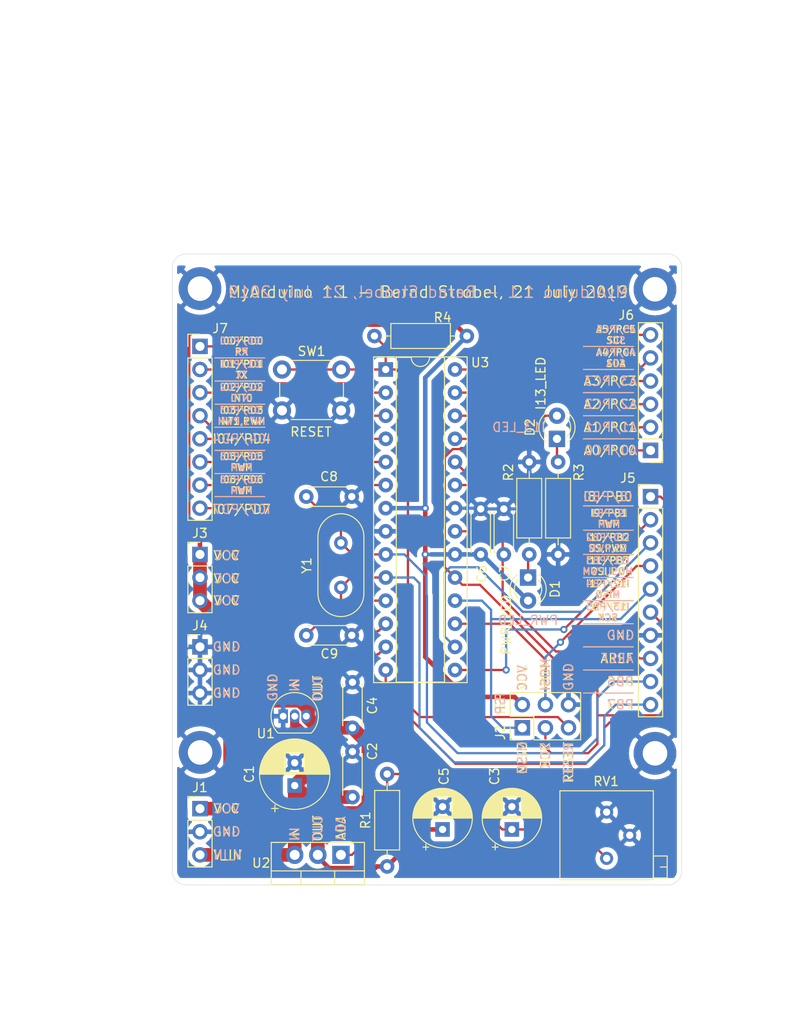
<source format=kicad_pcb>
(kicad_pcb (version 20171130) (host pcbnew "(5.1.2)-2")
  (layers (0 F.Cu signal hide) (31 B.Cu signal hide) (34 B.Paste user) (35 F.Paste user) (36 B.SilkS user) (37 F.SilkS user) (38 B.Mask user) (39 F.Mask user) (44 Edge.Cuts user))
  (net 0 "")
  (net 1 GND)
  (net 2 /V_UNREG)
  (net 3 "Net-(C3-Pad1)")
  (net 4 VCC)
  (net 5 /AREF)
  (net 6 /XTAL1_PB6)
  (net 7 /XTAL2_PB7)
  (net 8 "Net-(D1-Pad1)")
  (net 9 /SCK)
  (net 10 "Net-(D2-Pad1)")
  (net 11 /RESET)
  (net 12 /MOSI)
  (net 13 /MISO)
  (net 14 /SS)
  (net 15 /IO9)
  (net 16 /IO8)
  (net 17 /AD5)
  (net 18 /AD4)
  (net 19 /AD3)
  (net 20 /AD2)
  (net 21 /AD1)
  (net 22 /AD0)
  (net 23 /IO7)
  (net 24 /IO6)
  (net 25 /IO5)
  (net 26 /IO4)
  (net 27 /IO3)
  (net 28 /IO2)
  (net 29 /IO1)
  (net 30 /IO0)
  (module Resistor_THT:R_Axial_DIN0207_L6.3mm_D2.5mm_P10.16mm_Horizontal (layer F.Cu) (at 133.35 93.98 270)
    (fp_text reference R3 (at 1.143 -2.286 90) (layer F.SilkS))
    (fp_text value 470R)
    (pad 2 thru_hole oval (at 10.16 0 270) (size 1.6 1.6) (drill 0.8) (layers *.Cu *.Mask) (net 1 GND))
    (pad 1 thru_hole circle (at 0 0 270) (size 1.6 1.6) (drill 0.8) (layers *.Cu *.Mask) (net 10 "Net-(D2-Pad1)"))
  )
  (module Capacitor_THT:C_Disc_D4.3mm_W1.9mm_P5.00mm (layer F.Cu) (at 105.664 113.03)
    (fp_text reference C9 (at 2.54 2.032) (layer F.SilkS))
    (fp_text value 22p)
    (pad 2 thru_hole circle (at 5 0) (size 1.6 1.6) (drill 0.8) (layers *.Cu *.Mask) (net 1 GND))
    (pad 1 thru_hole circle (at 0 0) (size 1.6 1.6) (drill 0.8) (layers *.Cu *.Mask) (net 7 /XTAL2_PB7))
  )
  (module MountingHole:MountingHole_2.7mm_M2.5_DIN965_Pad (layer F.Cu) (at 144 126)
    (fp_text reference J11 hide)
    (fp_text value " ")
    (pad 1 thru_hole circle (at 0 0) (size 4.7 4.7) (drill 2.7) (layers *.Cu *.Mask) (net 1 GND))
  )
  (module MountingHole:MountingHole_2.7mm_M2.5_DIN965_Pad (layer F.Cu) (at 144 75)
    (fp_text reference J10 hide)
    (fp_text value " ")
    (pad 1 thru_hole circle (at 0 0) (size 4.7 4.7) (drill 2.7) (layers *.Cu *.Mask) (net 1 GND))
  )
  (module MountingHole:MountingHole_2.7mm_M2.5_DIN965_Pad (layer F.Cu) (at 94 125.9)
    (fp_text reference J9 hide)
    (fp_text value " ")
    (pad 1 thru_hole circle (at 0 0) (size 4.7 4.7) (drill 2.7) (layers *.Cu *.Mask) (net 1 GND))
  )
  (module MountingHole:MountingHole_2.7mm_M2.5_DIN965_Pad (layer F.Cu) (at 93.98 74.93)
    (fp_text reference J8 hide)
    (fp_text value " ")
    (pad 1 thru_hole circle (at 0 0) (size 4.7 4.7) (drill 2.7) (layers *.Cu *.Mask) (net 1 GND))
  )
  (module Crystal:Crystal_HC18-U_Vertical (layer F.Cu) (at 109.474 102.87 270)
    (fp_text reference Y1 (at 2.4892 3.7592 90) (layer F.SilkS))
    (fp_text value 16MHz)
    (pad 2 thru_hole circle (at 4.9 0 270) (size 1.5 1.5) (drill 0.8) (layers *.Cu *.Mask) (net 7 /XTAL2_PB7))
    (pad 1 thru_hole circle (at 0 0 270) (size 1.5 1.5) (drill 0.8) (layers *.Cu *.Mask) (net 6 /XTAL1_PB6))
  )
  (module Package_DIP:DIP-28_W7.62mm_Socket (layer F.Cu) (at 114.396789 83.82)
    (fp_text reference U3 (at 10.380711 -0.762) (layer F.SilkS))
    (fp_text value ATmega328P-PU)
    (pad 28 thru_hole oval (at 7.62 0) (size 1.6 1.6) (drill 0.8) (layers *.Cu *.Mask) (net 17 /AD5))
    (pad 14 thru_hole oval (at 0 33.02) (size 1.6 1.6) (drill 0.8) (layers *.Cu *.Mask) (net 16 /IO8))
    (pad 27 thru_hole oval (at 7.62 2.54) (size 1.6 1.6) (drill 0.8) (layers *.Cu *.Mask) (net 18 /AD4))
    (pad 13 thru_hole oval (at 0 30.48) (size 1.6 1.6) (drill 0.8) (layers *.Cu *.Mask) (net 23 /IO7))
    (pad 26 thru_hole oval (at 7.62 5.08) (size 1.6 1.6) (drill 0.8) (layers *.Cu *.Mask) (net 19 /AD3))
    (pad 12 thru_hole oval (at 0 27.94) (size 1.6 1.6) (drill 0.8) (layers *.Cu *.Mask) (net 24 /IO6))
    (pad 25 thru_hole oval (at 7.62 7.62) (size 1.6 1.6) (drill 0.8) (layers *.Cu *.Mask) (net 20 /AD2))
    (pad 11 thru_hole oval (at 0 25.4) (size 1.6 1.6) (drill 0.8) (layers *.Cu *.Mask) (net 25 /IO5))
    (pad 24 thru_hole oval (at 7.62 10.16) (size 1.6 1.6) (drill 0.8) (layers *.Cu *.Mask) (net 21 /AD1))
    (pad 10 thru_hole oval (at 0 22.86) (size 1.6 1.6) (drill 0.8) (layers *.Cu *.Mask) (net 7 /XTAL2_PB7))
    (pad 23 thru_hole oval (at 7.62 12.7) (size 1.6 1.6) (drill 0.8) (layers *.Cu *.Mask) (net 22 /AD0))
    (pad 9 thru_hole oval (at 0 20.32) (size 1.6 1.6) (drill 0.8) (layers *.Cu *.Mask) (net 6 /XTAL1_PB6))
    (pad 22 thru_hole oval (at 7.62 15.24) (size 1.6 1.6) (drill 0.8) (layers *.Cu *.Mask) (net 1 GND))
    (pad 8 thru_hole oval (at 0 17.78) (size 1.6 1.6) (drill 0.8) (layers *.Cu *.Mask) (net 1 GND))
    (pad 21 thru_hole oval (at 7.62 17.78) (size 1.6 1.6) (drill 0.8) (layers *.Cu *.Mask) (net 5 /AREF))
    (pad 7 thru_hole oval (at 0 15.24) (size 1.6 1.6) (drill 0.8) (layers *.Cu *.Mask) (net 4 VCC))
    (pad 20 thru_hole oval (at 7.62 20.32) (size 1.6 1.6) (drill 0.8) (layers *.Cu *.Mask) (net 4 VCC))
    (pad 6 thru_hole oval (at 0 12.7) (size 1.6 1.6) (drill 0.8) (layers *.Cu *.Mask) (net 26 /IO4))
    (pad 19 thru_hole oval (at 7.62 22.86) (size 1.6 1.6) (drill 0.8) (layers *.Cu *.Mask) (net 9 /SCK))
    (pad 5 thru_hole oval (at 0 10.16) (size 1.6 1.6) (drill 0.8) (layers *.Cu *.Mask) (net 27 /IO3))
    (pad 18 thru_hole oval (at 7.62 25.4) (size 1.6 1.6) (drill 0.8) (layers *.Cu *.Mask) (net 13 /MISO))
    (pad 4 thru_hole oval (at 0 7.62) (size 1.6 1.6) (drill 0.8) (layers *.Cu *.Mask) (net 28 /IO2))
    (pad 17 thru_hole oval (at 7.62 27.94) (size 1.6 1.6) (drill 0.8) (layers *.Cu *.Mask) (net 12 /MOSI))
    (pad 3 thru_hole oval (at 0 5.08) (size 1.6 1.6) (drill 0.8) (layers *.Cu *.Mask) (net 29 /IO1))
    (pad 16 thru_hole oval (at 7.62 30.48) (size 1.6 1.6) (drill 0.8) (layers *.Cu *.Mask) (net 14 /SS))
    (pad 2 thru_hole oval (at 0 2.54) (size 1.6 1.6) (drill 0.8) (layers *.Cu *.Mask) (net 30 /IO0))
    (pad 15 thru_hole oval (at 7.62 33.02) (size 1.6 1.6) (drill 0.8) (layers *.Cu *.Mask) (net 15 /IO9))
    (pad 1 thru_hole rect (at 0 0) (size 1.6 1.6) (drill 0.8) (layers *.Cu *.Mask) (net 11 /RESET))
  )
  (module Package_TO_SOT_THT:TO-220-3_Vertical (layer F.Cu) (at 109.474 137.16 180)
    (fp_text reference U2 (at 8.763 -0.889) (layer F.SilkS))
    (fp_text value LM317_TO220)
    (pad 3 thru_hole oval (at 5.08 0 180) (size 1.905 2) (drill 1.1) (layers *.Cu *.Mask) (net 2 /V_UNREG))
    (pad 2 thru_hole oval (at 2.54 0 180) (size 1.905 2) (drill 1.1) (layers *.Cu *.Mask) (net 4 VCC))
    (pad 1 thru_hole rect (at 0 0 180) (size 1.905 2) (drill 1.1) (layers *.Cu *.Mask) (net 3 "Net-(C3-Pad1)"))
  )
  (module Package_TO_SOT_THT:TO-92_Inline (layer F.Cu) (at 103.124 121.92)
    (fp_text reference U1 (at -1.905 1.905) (layer F.SilkS))
    (fp_text value MCP1700-5002E_TO92)
    (pad 1 thru_hole rect (at 0 0) (size 1.05 1.5) (drill 0.75) (layers *.Cu *.Mask) (net 1 GND))
    (pad 3 thru_hole oval (at 2.54 0) (size 1.05 1.5) (drill 0.75) (layers *.Cu *.Mask) (net 4 VCC))
    (pad 2 thru_hole oval (at 1.27 0) (size 1.05 1.5) (drill 0.75) (layers *.Cu *.Mask) (net 2 /V_UNREG))
  )
  (module Button_Switch_THT:SW_PUSH_6mm_H5mm (layer F.Cu) (at 102.997 83.82)
    (fp_text reference SW1 (at 3.25 -2) (layer F.SilkS))
    (fp_text value SW_Push)
    (pad 1 thru_hole circle (at 6.5 0 90) (size 2 2) (drill 1.1) (layers *.Cu *.Mask) (net 11 /RESET))
    (pad 2 thru_hole circle (at 6.5 4.5 90) (size 2 2) (drill 1.1) (layers *.Cu *.Mask) (net 1 GND))
    (pad 1 thru_hole circle (at 0 0 90) (size 2 2) (drill 1.1) (layers *.Cu *.Mask) (net 11 /RESET))
    (pad 2 thru_hole circle (at 0 4.5 90) (size 2 2) (drill 1.1) (layers *.Cu *.Mask) (net 1 GND))
  )
  (module Potentiometer_THT:Potentiometer_Bourns_3296P_Horizontal (layer F.Cu) (at 138.684 137.541 180)
    (fp_text reference RV1 (at 0.0508 8.4582) (layer F.SilkS))
    (fp_text value 5k)
    (pad 3 thru_hole circle (at 0 5.08 180) (size 1.44 1.44) (drill 0.8) (layers *.Cu *.Mask) (net 1 GND))
    (pad 2 thru_hole circle (at -2.54 2.54 180) (size 1.44 1.44) (drill 0.8) (layers *.Cu *.Mask) (net 1 GND))
    (pad 1 thru_hole circle (at 0 0 180) (size 1.44 1.44) (drill 0.8) (layers *.Cu *.Mask) (net 3 "Net-(C3-Pad1)"))
  )
  (module Resistor_THT:R_Axial_DIN0207_L6.3mm_D2.5mm_P10.16mm_Horizontal (layer F.Cu) (at 123.317 80.137 180)
    (fp_text reference R4 (at 2.667 2.032) (layer F.SilkS))
    (fp_text value 10k)
    (pad 2 thru_hole oval (at 10.16 0 180) (size 1.6 1.6) (drill 0.8) (layers *.Cu *.Mask) (net 11 /RESET))
    (pad 1 thru_hole circle (at 0 0 180) (size 1.6 1.6) (drill 0.8) (layers *.Cu *.Mask) (net 4 VCC))
  )
  (module Resistor_THT:R_Axial_DIN0207_L6.3mm_D2.5mm_P10.16mm_Horizontal (layer F.Cu) (at 130.175 104.14 90)
    (fp_text reference R2 (at 9.017 -2.286 90) (layer F.SilkS))
    (fp_text value 470R)
    (pad 2 thru_hole oval (at 10.16 0 90) (size 1.6 1.6) (drill 0.8) (layers *.Cu *.Mask) (net 1 GND))
    (pad 1 thru_hole circle (at 0 0 90) (size 1.6 1.6) (drill 0.8) (layers *.Cu *.Mask) (net 8 "Net-(D1-Pad1)"))
  )
  (module Resistor_THT:R_Axial_DIN0207_L6.3mm_D2.5mm_P10.16mm_Horizontal (layer F.Cu) (at 114.554 138.43 90)
    (fp_text reference R1 (at 5.08 -2.37 90) (layer F.SilkS))
    (fp_text value 240R)
    (pad 2 thru_hole oval (at 10.16 0 90) (size 1.6 1.6) (drill 0.8) (layers *.Cu *.Mask) (net 3 "Net-(C3-Pad1)"))
    (pad 1 thru_hole circle (at 0 0 90) (size 1.6 1.6) (drill 0.8) (layers *.Cu *.Mask) (net 4 VCC))
  )
  (module Connector_PinHeader_2.54mm:PinHeader_1x08_P2.54mm_Vertical (layer F.Cu) (at 93.98 81.28)
    (fp_text reference J7 (at 2.2225 -1.9685) (layer F.SilkS))
    (fp_text value IOL)
    (pad 8 thru_hole oval (at 0 17.78) (size 1.7 1.7) (drill 1) (layers *.Cu *.Mask) (net 23 /IO7))
    (pad 7 thru_hole oval (at 0 15.24) (size 1.7 1.7) (drill 1) (layers *.Cu *.Mask) (net 24 /IO6))
    (pad 6 thru_hole oval (at 0 12.7) (size 1.7 1.7) (drill 1) (layers *.Cu *.Mask) (net 25 /IO5))
    (pad 5 thru_hole oval (at 0 10.16) (size 1.7 1.7) (drill 1) (layers *.Cu *.Mask) (net 26 /IO4))
    (pad 4 thru_hole oval (at 0 7.62) (size 1.7 1.7) (drill 1) (layers *.Cu *.Mask) (net 27 /IO3))
    (pad 3 thru_hole oval (at 0 5.08) (size 1.7 1.7) (drill 1) (layers *.Cu *.Mask) (net 28 /IO2))
    (pad 2 thru_hole oval (at 0 2.54) (size 1.7 1.7) (drill 1) (layers *.Cu *.Mask) (net 29 /IO1))
    (pad 1 thru_hole rect (at 0 0) (size 1.7 1.7) (drill 1) (layers *.Cu *.Mask) (net 30 /IO0))
  )
  (module Connector_PinHeader_2.54mm:PinHeader_1x06_P2.54mm_Vertical (layer F.Cu) (at 143.51 92.71 180)
    (fp_text reference J6 (at 2.667 14.859) (layer F.SilkS))
    (fp_text value AD)
    (pad 6 thru_hole oval (at 0 12.7 180) (size 1.7 1.7) (drill 1) (layers *.Cu *.Mask) (net 17 /AD5))
    (pad 5 thru_hole oval (at 0 10.16 180) (size 1.7 1.7) (drill 1) (layers *.Cu *.Mask) (net 18 /AD4))
    (pad 4 thru_hole oval (at 0 7.62 180) (size 1.7 1.7) (drill 1) (layers *.Cu *.Mask) (net 19 /AD3))
    (pad 3 thru_hole oval (at 0 5.08 180) (size 1.7 1.7) (drill 1) (layers *.Cu *.Mask) (net 20 /AD2))
    (pad 2 thru_hole oval (at 0 2.54 180) (size 1.7 1.7) (drill 1) (layers *.Cu *.Mask) (net 21 /AD1))
    (pad 1 thru_hole rect (at 0 0 180) (size 1.7 1.7) (drill 1) (layers *.Cu *.Mask) (net 22 /AD0))
  )
  (module Connector_PinHeader_2.54mm:PinHeader_1x10_P2.54mm_Vertical (layer F.Cu) (at 143.51 97.79)
    (fp_text reference J5 (at -2.4892 -2.032) (layer F.SilkS))
    (fp_text value IOH)
    (pad 10 thru_hole oval (at 0 22.86) (size 1.7 1.7) (drill 1) (layers *.Cu *.Mask) (net 7 /XTAL2_PB7))
    (pad 9 thru_hole oval (at 0 20.32) (size 1.7 1.7) (drill 1) (layers *.Cu *.Mask) (net 6 /XTAL1_PB6))
    (pad 8 thru_hole oval (at 0 17.78) (size 1.7 1.7) (drill 1) (layers *.Cu *.Mask) (net 5 /AREF))
    (pad 7 thru_hole oval (at 0 15.24) (size 1.7 1.7) (drill 1) (layers *.Cu *.Mask) (net 1 GND))
    (pad 6 thru_hole oval (at 0 12.7) (size 1.7 1.7) (drill 1) (layers *.Cu *.Mask) (net 9 /SCK))
    (pad 5 thru_hole oval (at 0 10.16) (size 1.7 1.7) (drill 1) (layers *.Cu *.Mask) (net 13 /MISO))
    (pad 4 thru_hole oval (at 0 7.62) (size 1.7 1.7) (drill 1) (layers *.Cu *.Mask) (net 12 /MOSI))
    (pad 3 thru_hole oval (at 0 5.08) (size 1.7 1.7) (drill 1) (layers *.Cu *.Mask) (net 14 /SS))
    (pad 2 thru_hole oval (at 0 2.54) (size 1.7 1.7) (drill 1) (layers *.Cu *.Mask) (net 15 /IO9))
    (pad 1 thru_hole rect (at 0 0) (size 1.7 1.7) (drill 1) (layers *.Cu *.Mask) (net 16 /IO8))
  )
  (module Connector_PinHeader_2.54mm:PinHeader_1x03_P2.54mm_Vertical (layer F.Cu) (at 93.98 114.3)
    (fp_text reference J4 (at 0 -2.33) (layer F.SilkS))
    (fp_text value GND)
    (pad 3 thru_hole oval (at 0 5.08) (size 1.7 1.7) (drill 1) (layers *.Cu *.Mask) (net 1 GND))
    (pad 2 thru_hole oval (at 0 2.54) (size 1.7 1.7) (drill 1) (layers *.Cu *.Mask) (net 1 GND))
    (pad 1 thru_hole rect (at 0 0) (size 1.7 1.7) (drill 1) (layers *.Cu *.Mask) (net 1 GND))
  )
  (module Connector_PinHeader_2.54mm:PinHeader_1x03_P2.54mm_Vertical (layer F.Cu) (at 93.98 104.14)
    (fp_text reference J3 (at 0 -2.33) (layer F.SilkS))
    (fp_text value VCC)
    (pad 3 thru_hole oval (at 0 5.08) (size 1.7 1.7) (drill 1) (layers *.Cu *.Mask) (net 4 VCC))
    (pad 2 thru_hole oval (at 0 2.54) (size 1.7 1.7) (drill 1) (layers *.Cu *.Mask) (net 4 VCC))
    (pad 1 thru_hole rect (at 0 0) (size 1.7 1.7) (drill 1) (layers *.Cu *.Mask) (net 4 VCC))
  )
  (module Connector_PinHeader_2.54mm:PinHeader_2x03_P2.54mm_Vertical (layer F.Cu) (at 129.413 123.19 90)
    (fp_text reference J2 (at -0.508 -2.413 90) (layer F.SilkS))
    (fp_text value ISP)
    (pad 6 thru_hole oval (at 2.54 5.08 90) (size 1.7 1.7) (drill 1) (layers *.Cu *.Mask) (net 1 GND))
    (pad 5 thru_hole oval (at 0 5.08 90) (size 1.7 1.7) (drill 1) (layers *.Cu *.Mask) (net 11 /RESET))
    (pad 4 thru_hole oval (at 2.54 2.54 90) (size 1.7 1.7) (drill 1) (layers *.Cu *.Mask) (net 12 /MOSI))
    (pad 3 thru_hole oval (at 0 2.54 90) (size 1.7 1.7) (drill 1) (layers *.Cu *.Mask) (net 9 /SCK))
    (pad 2 thru_hole oval (at 2.54 0 90) (size 1.7 1.7) (drill 1) (layers *.Cu *.Mask) (net 4 VCC))
    (pad 1 thru_hole rect (at 0 0 90) (size 1.7 1.7) (drill 1) (layers *.Cu *.Mask) (net 13 /MISO))
  )
  (module Connector_PinHeader_2.54mm:PinHeader_1x03_P2.54mm_Vertical (layer F.Cu) (at 93.98 132.08)
    (fp_text reference J1 (at 0 -2.33) (layer F.SilkS))
    (fp_text value PWR)
    (pad 3 thru_hole oval (at 0 5.08) (size 1.7 1.7) (drill 1) (layers *.Cu *.Mask) (net 2 /V_UNREG))
    (pad 2 thru_hole oval (at 0 2.54) (size 1.7 1.7) (drill 1) (layers *.Cu *.Mask) (net 1 GND))
    (pad 1 thru_hole rect (at 0 0) (size 1.7 1.7) (drill 1) (layers *.Cu *.Mask) (net 4 VCC))
  )
  (module LED_THT:LED_D3.0mm (layer F.Cu) (at 133.223 91.44 90)
    (fp_text reference D2 (at 1.27 -2.96 90) (layer F.SilkS))
    (fp_text value LED)
    (pad 2 thru_hole circle (at 2.54 0 90) (size 1.8 1.8) (drill 0.9) (layers *.Cu *.Mask) (net 9 /SCK))
    (pad 1 thru_hole rect (at 0 0 90) (size 1.8 1.8) (drill 0.9) (layers *.Cu *.Mask) (net 10 "Net-(D2-Pad1)"))
  )
  (module LED_THT:LED_D3.0mm (layer F.Cu) (at 130.048 106.68 270)
    (fp_text reference D1 (at 1.27 -2.96 90) (layer F.SilkS))
    (fp_text value LED)
    (pad 2 thru_hole circle (at 2.54 0 270) (size 1.8 1.8) (drill 0.9) (layers *.Cu *.Mask) (net 4 VCC))
    (pad 1 thru_hole rect (at 0 0 270) (size 1.8 1.8) (drill 0.9) (layers *.Cu *.Mask) (net 8 "Net-(D1-Pad1)"))
  )
  (module Capacitor_THT:C_Disc_D4.3mm_W1.9mm_P5.00mm (layer F.Cu) (at 105.664 97.79)
    (fp_text reference C8 (at 2.5 -2.2) (layer F.SilkS))
    (fp_text value 22p)
    (pad 2 thru_hole circle (at 5 0) (size 1.6 1.6) (drill 0.8) (layers *.Cu *.Mask) (net 1 GND))
    (pad 1 thru_hole circle (at 0 0) (size 1.6 1.6) (drill 0.8) (layers *.Cu *.Mask) (net 6 /XTAL1_PB6))
  )
  (module Capacitor_THT:C_Disc_D4.3mm_W1.9mm_P5.00mm (layer F.Cu) (at 127.381 104.14 90)
    (fp_text reference C7 (at -2.032 0.0762 90) (layer F.SilkS))
    (fp_text value 10n)
    (pad 2 thru_hole circle (at 5 0 90) (size 1.6 1.6) (drill 0.8) (layers *.Cu *.Mask) (net 1 GND))
    (pad 1 thru_hole circle (at 0 0 90) (size 1.6 1.6) (drill 0.8) (layers *.Cu *.Mask) (net 5 /AREF))
  )
  (module Capacitor_THT:C_Disc_D4.3mm_W1.9mm_P5.00mm (layer F.Cu) (at 124.841 104.14 90)
    (fp_text reference C6 (at -2.1336 0.127 90) (layer F.SilkS))
    (fp_text value 100n)
    (pad 2 thru_hole circle (at 5 0 90) (size 1.6 1.6) (drill 0.8) (layers *.Cu *.Mask) (net 1 GND))
    (pad 1 thru_hole circle (at 0 0 90) (size 1.6 1.6) (drill 0.8) (layers *.Cu *.Mask) (net 4 VCC))
  )
  (module Capacitor_THT:CP_Radial_D6.3mm_P2.50mm (layer F.Cu) (at 120.65 134.366 90)
    (fp_text reference C5 (at 5.842 0.1524 90) (layer F.SilkS))
    (fp_text value 22u)
    (pad 2 thru_hole circle (at 2.5 0 90) (size 1.6 1.6) (drill 0.8) (layers *.Cu *.Mask) (net 1 GND))
    (pad 1 thru_hole rect (at 0 0 90) (size 1.6 1.6) (drill 0.8) (layers *.Cu *.Mask) (net 4 VCC))
  )
  (module Capacitor_THT:C_Disc_D4.3mm_W1.9mm_P5.00mm (layer F.Cu) (at 110.744 123.19 90)
    (fp_text reference C4 (at 2.4384 2.1844 90) (layer F.SilkS))
    (fp_text value 100n)
    (pad 2 thru_hole circle (at 5 0 90) (size 1.6 1.6) (drill 0.8) (layers *.Cu *.Mask) (net 1 GND))
    (pad 1 thru_hole circle (at 0 0 90) (size 1.6 1.6) (drill 0.8) (layers *.Cu *.Mask) (net 4 VCC))
  )
  (module Capacitor_THT:CP_Radial_D6.3mm_P2.50mm (layer F.Cu) (at 128.27 134.366 90)
    (fp_text reference C3 (at 5.842 -1.905 90) (layer F.SilkS))
    (fp_text value 10u)
    (pad 2 thru_hole circle (at 2.5 0 90) (size 1.6 1.6) (drill 0.8) (layers *.Cu *.Mask) (net 1 GND))
    (pad 1 thru_hole rect (at 0 0 90) (size 1.6 1.6) (drill 0.8) (layers *.Cu *.Mask) (net 3 "Net-(C3-Pad1)"))
  )
  (module Capacitor_THT:C_Disc_D4.3mm_W1.9mm_P5.00mm (layer F.Cu) (at 110.744 130.81 90)
    (fp_text reference C2 (at 5.0292 2.1844 90) (layer F.SilkS))
    (fp_text value 100n)
    (pad 2 thru_hole circle (at 5 0 90) (size 1.6 1.6) (drill 0.8) (layers *.Cu *.Mask) (net 1 GND))
    (pad 1 thru_hole circle (at 0 0 90) (size 1.6 1.6) (drill 0.8) (layers *.Cu *.Mask) (net 2 /V_UNREG))
  )
  (module Capacitor_THT:CP_Radial_D7.5mm_P2.50mm (layer F.Cu) (at 104.394 129.54 90)
    (fp_text reference C1 (at 1.25 -5 90) (layer F.SilkS))
    (fp_text value 100u)
    (pad 2 thru_hole circle (at 2.5 0 90) (size 1.6 1.6) (drill 0.8) (layers *.Cu *.Mask) (net 1 GND))
    (pad 1 thru_hole rect (at 0 0 90) (size 1.6 1.6) (drill 0.8) (layers *.Cu *.Mask) (net 2 /V_UNREG))
  )
  (gr_text I13_LED (at 129.032 90.17) (layer B.SilkS) (effects (font (size 1 1)) (justify mirror)))
  (gr_text PWR_LED (at 130.048 111.379) (layer B.SilkS) (effects (font (size 1 1)) (justify mirror)))
  (gr_text "A4/PC4\nSDA" (at 139.7 82.55) (layer B.SilkS) (effects (font (size 0.75 0.75)) (justify mirror)))
  (gr_text "A5/PC5\nSCL" (at 139.7 80.01) (layer B.SilkS) (effects (font (size 0.75 0.75)) (justify mirror)))
  (gr_text "I06/PD6\nPWM" (at 98.552 96.52) (layer B.SilkS) (effects (font (size 0.75 0.75)) (justify mirror)))
  (gr_text "I05/PD5\nPWM" (at 98.552 93.98) (layer B.SilkS) (effects (font (size 0.75 0.75)) (justify mirror)))
  (gr_text "I03/PD3\nINT1,PWM" (at 98.552 88.9) (layer B.SilkS) (effects (font (size 0.75 0.75)) (justify mirror)))
  (gr_text "I02/PD2\nINT0" (at 98.552 86.36) (layer B.SilkS) (effects (font (size 0.75 0.75)) (justify mirror)))
  (gr_text "I01/PD1\nTX" (at 98.552 83.82) (layer B.SilkS) (effects (font (size 0.75 0.75)) (justify mirror)))
  (gr_text "I00/PD0\nRX" (at 98.552 81.28) (layer B.SilkS) (effects (font (size 0.75 0.75)) (justify mirror)))
  (gr_text RESET (at 106.172 90.678) (layer F.SilkS) (effects (font (size 1 1))))
  (gr_text VCC (at 96.901 104.267) (layer B.SilkS) (effects (font (size 1 1)) (justify mirror)))
  (gr_text VCC (at 96.901 106.807) (layer B.SilkS) (effects (font (size 1 1)) (justify mirror)))
  (gr_text VCC (at 96.901 109.22) (layer B.SilkS) (effects (font (size 1 1)) (justify mirror)))
  (gr_text GND (at 96.901 114.3) (layer B.SilkS) (effects (font (size 1 1)) (justify mirror)))
  (gr_text GND (at 96.901 116.84) (layer B.SilkS) (effects (font (size 1 1)) (justify mirror)))
  (gr_text GND (at 96.901 119.38) (layer B.SilkS) (effects (font (size 1 1)) (justify mirror)))
  (gr_text OUT (at 106.934 118.872 90) (layer B.SilkS) (effects (font (size 1 1)) (justify mirror)))
  (gr_text IN (at 104.394 118.491 90) (layer B.SilkS) (effects (font (size 1 1)) (justify mirror)))
  (gr_text GND (at 101.981 118.745 90) (layer B.SilkS) (effects (font (size 1 1)) (justify mirror)))
  (gr_text V_IN (at 97.028 137.16) (layer B.SilkS) (effects (font (size 1 1)) (justify mirror)))
  (gr_text GND (at 96.901 134.62) (layer B.SilkS) (effects (font (size 1 1)) (justify mirror)))
  (gr_text VCC (at 96.901 132.08) (layer B.SilkS) (effects (font (size 1 1)) (justify mirror)))
  (gr_text ADJ (at 109.474 134.239 90) (layer B.SilkS) (effects (font (size 1 1)) (justify mirror)))
  (gr_text OUT (at 106.934 134.239 90) (layer B.SilkS) (effects (font (size 1 1)) (justify mirror)))
  (gr_text IN (at 104.394 134.874 90) (layer B.SilkS) (effects (font (size 1 1)) (justify mirror)))
  (gr_text ISP (at 127 120.523 90) (layer B.SilkS) (effects (font (size 1 1)) (justify mirror)))
  (gr_text RESET (at 134.493 127 90) (layer B.SilkS) (effects (font (size 1 1)) (justify mirror)))
  (gr_text SCK (at 131.953 126.238 90) (layer B.SilkS) (effects (font (size 1 1)) (justify mirror)))
  (gr_text MISO (at 129.413 126.492 90) (layer B.SilkS) (effects (font (size 1 1)) (justify mirror)))
  (gr_text GND (at 134.493 117.602 90) (layer B.SilkS) (effects (font (size 1 1)) (justify mirror)))
  (gr_text MOSI (at 131.953 117.348 90) (layer B.SilkS) (effects (font (size 1 1)) (justify mirror)))
  (gr_text VCC (at 129.413 117.729 90) (layer B.SilkS) (effects (font (size 1 1)) (justify mirror)))
  (gr_text PB7 (at 140.208 120.65) (layer B.SilkS) (effects (font (size 1 1)) (justify mirror)))
  (gr_line (start 136.144 119.38) (end 141.605 119.38) (layer B.SilkS) (width 0.12))
  (gr_text PB6 (at 140.208 118.11) (layer B.SilkS) (effects (font (size 1 1)) (justify mirror)))
  (gr_line (start 136.144 116.84) (end 141.605 116.84) (layer B.SilkS) (width 0.12))
  (gr_text AREF (at 139.827 115.57) (layer B.SilkS) (effects (font (size 1 1)) (justify mirror)))
  (gr_line (start 136.144 114.3) (end 141.605 114.3) (layer B.SilkS) (width 0.12))
  (gr_text GND (at 140.208 113.03) (layer B.SilkS) (effects (font (size 1 1)) (justify mirror)))
  (gr_line (start 136.144 111.76) (end 141.605 111.76) (layer B.SilkS) (width 0.12))
  (gr_text "I13/PB5\nSCK" (at 138.811 110.49) (layer B.SilkS) (effects (font (size 0.75 0.75)) (justify mirror)))
  (gr_line (start 136.144 109.22) (end 141.605 109.22) (layer B.SilkS) (width 0.12))
  (gr_text "I12/PB4\nMISO" (at 138.811 107.95) (layer B.SilkS) (effects (font (size 0.75 0.75)) (justify mirror)))
  (gr_line (start 136.144 106.68) (end 141.605 106.68) (layer B.SilkS) (width 0.12))
  (gr_text "I11/PB3\nMOSI,PWM" (at 138.811 105.41) (layer B.SilkS) (effects (font (size 0.75 0.75)) (justify mirror)))
  (gr_line (start 136.144 104.14) (end 141.605 104.14) (layer B.SilkS) (width 0.12))
  (gr_text "I10/PB2\nSS,PWM" (at 138.811 102.87) (layer B.SilkS) (effects (font (size 0.75 0.75)) (justify mirror)))
  (gr_line (start 136.144 101.473) (end 141.605 101.473) (layer B.SilkS) (width 0.12))
  (gr_line (start 136.144 98.806) (end 141.605 98.806) (layer B.SilkS) (width 0.12))
  (gr_text "I9/PB1\nPWM" (at 138.938 100.203) (layer B.SilkS) (effects (font (size 0.75 0.75)) (justify mirror)))
  (gr_text I8/PB0 (at 138.811 97.79) (layer B.SilkS) (effects (font (size 1 1)) (justify mirror)))
  (gr_line (start 95.631 82.55) (end 101.092 82.55) (layer B.SilkS) (width 0.12))
  (gr_line (start 95.631 85.09) (end 101.092 85.09) (layer B.SilkS) (width 0.12))
  (gr_line (start 95.631 87.63) (end 101.092 87.63) (layer B.SilkS) (width 0.12))
  (gr_line (start 95.5675 90.17) (end 101.0285 90.17) (layer B.SilkS) (width 0.12))
  (gr_text I04/PD4 (at 98.552 91.44) (layer B.SilkS) (effects (font (size 1 1)) (justify mirror)))
  (gr_line (start 95.631 92.71) (end 101.092 92.71) (layer B.SilkS) (width 0.12))
  (gr_line (start 95.631 95.25) (end 101.092 95.25) (layer B.SilkS) (width 0.12))
  (gr_line (start 95.631 97.79) (end 101.092 97.79) (layer B.SilkS) (width 0.12))
  (gr_text I07/PD7 (at 98.552 99.187) (layer B.SilkS) (effects (font (size 1 1)) (justify mirror)))
  (gr_line (start 136.2075 88.9) (end 141.6685 88.9) (layer B.SilkS) (width 0.12))
  (gr_line (start 136.2075 86.36) (end 141.6685 86.36) (layer B.SilkS) (width 0.12))
  (gr_line (start 136.2075 91.44) (end 141.6685 91.44) (layer B.SilkS) (width 0.12))
  (gr_line (start 136.2075 83.82) (end 141.6685 83.82) (layer B.SilkS) (width 0.12))
  (gr_line (start 136.2075 81.28) (end 141.6685 81.28) (layer B.SilkS) (width 0.12))
  (gr_text A3/PC3 (at 139.1285 85.09) (layer B.SilkS) (effects (font (size 1 1)) (justify mirror)))
  (gr_text A1/PC1 (at 139.1285 90.17) (layer B.SilkS) (effects (font (size 1 1)) (justify mirror)))
  (gr_text A2/PC2 (at 139.1285 87.63) (layer B.SilkS) (effects (font (size 1 1)) (justify mirror)))
  (gr_text A0/PC0 (at 139.1285 92.71) (layer B.SilkS) (effects (font (size 1 1)) (justify mirror)))
  (gr_text "MyArduino 1.1 - Bernd Strobel, 21 July 2019" (at 119.0625 75.311) (layer B.SilkS) (effects (font (size 1.25 1.25)) (justify mirror)))
  (gr_text "MyArduino 1.1 - Bernd Strobel, 21 July 2019" (at 119.0625 75.311) (layer F.SilkS) (effects (font (size 1.25 1.25))))
  (gr_line (start 95.631 97.79) (end 101.092 97.79) (layer F.SilkS) (width 0.12))
  (gr_line (start 95.631 95.25) (end 101.092 95.25) (layer F.SilkS) (width 0.12))
  (gr_line (start 95.631 92.71) (end 101.092 92.71) (layer F.SilkS) (width 0.12))
  (gr_line (start 95.631 90.17) (end 101.092 90.17) (layer F.SilkS) (width 0.12))
  (gr_line (start 95.631 87.63) (end 101.092 87.63) (layer F.SilkS) (width 0.12))
  (gr_line (start 95.631 85.09) (end 101.092 85.09) (layer F.SilkS) (width 0.12))
  (gr_line (start 95.631 82.55) (end 101.092 82.55) (layer F.SilkS) (width 0.12))
  (gr_line (start 136.144 81.28) (end 141.605 81.28) (layer F.SilkS) (width 0.12))
  (gr_line (start 136.144 83.82) (end 141.605 83.82) (layer F.SilkS) (width 0.12))
  (gr_line (start 136.144 86.36) (end 141.605 86.36) (layer F.SilkS) (width 0.12))
  (gr_line (start 136.144 88.9) (end 141.605 88.9) (layer F.SilkS) (width 0.12))
  (gr_line (start 136.144 91.44) (end 141.605 91.44) (layer F.SilkS) (width 0.12))
  (gr_line (start 136.144 119.38) (end 141.605 119.38) (layer F.SilkS) (width 0.12))
  (gr_line (start 136.144 116.84) (end 141.605 116.84) (layer F.SilkS) (width 0.12))
  (gr_line (start 136.144 114.3) (end 141.605 114.3) (layer F.SilkS) (width 0.12))
  (gr_line (start 136.144 111.76) (end 141.605 111.76) (layer F.SilkS) (width 0.12))
  (gr_line (start 136.144 109.22) (end 141.605 109.22) (layer F.SilkS) (width 0.12))
  (gr_line (start 136.144 106.68) (end 141.605 106.68) (layer F.SilkS) (width 0.12))
  (gr_line (start 136.144 104.14) (end 141.605 104.14) (layer F.SilkS) (width 0.12))
  (gr_line (start 136.144 98.806) (end 141.605 98.806) (layer F.SilkS) (width 0.12))
  (gr_line (start 136.144 101.473) (end 141.605 101.473) (layer F.SilkS) (width 0.12))
  (gr_text I13_LED (at 131.445 85.344 90) (layer F.SilkS) (effects (font (size 1 1))))
  (gr_text PWR_LED (at 127.635 111.887 90) (layer F.SilkS) (effects (font (size 1 1))))
  (gr_text PB7 (at 140.208 120.65) (layer F.SilkS) (effects (font (size 1 1))))
  (gr_text PB6 (at 140.208 118.11) (layer F.SilkS) (effects (font (size 1 1))))
  (gr_text AREF (at 139.827 115.57) (layer F.SilkS) (effects (font (size 1 1))))
  (gr_text GND (at 140.208 113.03) (layer F.SilkS) (effects (font (size 1 1))))
  (gr_text "I13/PB5\nSCK" (at 138.811 110.49) (layer F.SilkS) (effects (font (size 0.75 0.75))))
  (gr_text "I12/PB4\nMISO" (at 138.811 107.95) (layer F.SilkS) (effects (font (size 0.75 0.75))))
  (gr_text "I11/PB3\nMOSI,PWM" (at 138.811 105.41) (layer F.SilkS) (effects (font (size 0.75 0.75))))
  (gr_text "I9/PB1\nPWM" (at 138.938 100.203) (layer F.SilkS) (effects (font (size 0.75 0.75))))
  (gr_text I8/PB0 (at 138.811 97.79) (layer F.SilkS) (effects (font (size 1 1))))
  (gr_text "I10/PB2\nSS,PWM" (at 138.811 102.87) (layer F.SilkS) (effects (font (size 0.75 0.75))))
  (gr_text A0/PC0 (at 139.065 92.71) (layer F.SilkS) (effects (font (size 1 1))))
  (gr_text A1/PC1 (at 139.065 90.17) (layer F.SilkS) (effects (font (size 1 1))))
  (gr_text A2/PC2 (at 139.065 87.63) (layer F.SilkS) (effects (font (size 1 1))))
  (gr_text A3/PC3 (at 139.065 85.09) (layer F.SilkS) (effects (font (size 1 1))))
  (gr_text "A4/PC4\nSDA" (at 139.7 82.55) (layer F.SilkS) (effects (font (size 0.75 0.75))))
  (gr_text "A5/PC5\nSCL" (at 139.7 80.01) (layer F.SilkS) (effects (font (size 0.75 0.75))))
  (gr_text GND (at 101.981 118.745 90) (layer F.SilkS) (effects (font (size 1 1))))
  (gr_text IN (at 104.394 118.491 90) (layer F.SilkS) (effects (font (size 1 1))))
  (gr_text OUT (at 106.934 118.872 90) (layer F.SilkS) (effects (font (size 1 1))))
  (gr_text ADJ (at 109.474 134.239 90) (layer F.SilkS) (effects (font (size 1 1))))
  (gr_text OUT (at 106.934 134.239 90) (layer F.SilkS) (effects (font (size 1 1))))
  (gr_text IN (at 104.394 134.874 90) (layer F.SilkS) (effects (font (size 1 1))))
  (gr_text V_IN (at 97.028 137.16) (layer F.SilkS) (effects (font (size 1 1))))
  (gr_text VCC (at 96.901 132.08) (layer F.SilkS) (effects (font (size 1 1))))
  (gr_text GND (at 96.901 134.62) (layer F.SilkS) (effects (font (size 1 1))))
  (gr_text RESET (at 134.493 127 90) (layer F.SilkS) (effects (font (size 1 1))))
  (gr_text MISO (at 129.413 126.492 90) (layer F.SilkS) (effects (font (size 1 1))))
  (gr_text MOSI (at 131.953 117.348 90) (layer F.SilkS) (effects (font (size 1 1))))
  (gr_text SCK (at 131.953 126.238 90) (layer F.SilkS) (effects (font (size 1 1))))
  (gr_text GND (at 134.493 117.602 90) (layer F.SilkS) (effects (font (size 1 1))))
  (gr_text VCC (at 129.413 117.602 90) (layer F.SilkS) (effects (font (size 1 1))))
  (gr_text ISP (at 127 120.523 90) (layer F.SilkS) (effects (font (size 1 1))))
  (gr_text GND (at 96.901 119.38) (layer F.SilkS) (effects (font (size 1 1))))
  (gr_text GND (at 96.901 116.84) (layer F.SilkS) (effects (font (size 1 1))))
  (gr_text GND (at 96.901 114.3) (layer F.SilkS) (effects (font (size 1 1))))
  (gr_text VCC (at 96.901 109.22) (layer F.SilkS) (effects (font (size 1 1))))
  (gr_text VCC (at 96.901 104.267) (layer F.SilkS) (effects (font (size 1 1))))
  (gr_text VCC (at 96.901 106.807) (layer F.SilkS) (effects (font (size 1 1))))
  (gr_text I07/PD7 (at 98.552 99.187) (layer F.SilkS) (effects (font (size 1 1))))
  (gr_text "I06/PD6\nPWM" (at 98.552 96.52) (layer F.SilkS) (effects (font (size 0.75 0.75))))
  (gr_text "I05/PD5\nPWM" (at 98.552 93.98) (layer F.SilkS) (effects (font (size 0.75 0.75))))
  (gr_text I04/PD4 (at 98.552 91.44) (layer F.SilkS) (effects (font (size 1 1))))
  (gr_text "I03/PD3\nINT1,PWM" (at 98.552 88.9) (layer F.SilkS) (effects (font (size 0.75 0.75))))
  (gr_text "I02/PD2\nINT0" (at 98.552 86.36) (layer F.SilkS) (effects (font (size 0.75 0.75))))
  (gr_text "I00/PD0\nRX" (at 98.552 81.28) (layer F.SilkS) (effects (font (size 0.75 0.75))))
  (gr_text "I01/PD1\nTX" (at 98.552 83.82) (layer F.SilkS) (effects (font (size 0.75 0.75))))
  (gr_line (start 145.415 140.462) (end 92.456 140.462) (layer Edge.Cuts) (width 0.05))
  (gr_line (start 90.932 72.644) (end 90.932 138.938) (layer Edge.Cuts) (width 0.05))
  (gr_line (start 146.939 72.644) (end 146.939 138.938) (layer Edge.Cuts) (width 0.05))
  (gr_line (start 92.456 71.12) (end 145.415 71.12) (layer Edge.Cuts) (width 0.05))
  (gr_arc (start 145.415 138.938) (end 145.415 140.462) (angle -90) (layer Edge.Cuts) (width 0.05))
  (gr_arc (start 92.456 138.938) (end 90.932 138.938) (angle -90) (layer Edge.Cuts) (width 0.05))
  (gr_arc (start 145.415 72.644) (end 146.939 72.644) (angle -90) (layer Edge.Cuts) (width 0.05))
  (gr_arc (start 92.456 72.644) (end 92.456 71.12) (angle -90) (layer Edge.Cuts) (width 0.05))
  (segment (start 124.761 99.06) (end 124.841 99.14) (width 0.35) (layer B.Cu) (net 1))
  (segment (start 122.016789 99.06) (end 124.761 99.06) (width 0.35) (layer B.Cu) (net 1))
  (segment (start 124.841 99.14) (end 127.381 99.14) (width 0.35) (layer B.Cu) (net 1))
  (segment (start 127.381 99.14) (end 128.825 99.14) (width 0.35) (layer B.Cu) (net 1))
  (segment (start 109.48563 130.937) (end 104.394 130.937) (width 0.5) (layer F.Cu) (net 2))
  (segment (start 109.61263 130.81) (end 109.48563 130.937) (width 0.5) (layer F.Cu) (net 2))
  (segment (start 110.744 130.81) (end 109.61263 130.81) (width 0.5) (layer F.Cu) (net 2))
  (segment (start 104.394 137.16) (end 104.394 130.937) (width 0.5) (layer F.Cu) (net 2))
  (segment (start 104.394 130.937) (end 104.394 129.54) (width 0.5) (layer F.Cu) (net 2))
  (segment (start 105.644001 124.420001) (end 104.394 123.17) (width 0.5) (layer F.Cu) (net 2))
  (segment (start 105.644001 128.289999) (end 105.644001 124.420001) (width 0.5) (layer F.Cu) (net 2))
  (segment (start 104.394 129.54) (end 105.644001 128.289999) (width 0.5) (layer F.Cu) (net 2))
  (segment (start 101.9415 137.16) (end 94.296309 137.16) (width 1.5) (layer F.Cu) (net 2))
  (segment (start 104.394 137.16) (end 101.9415 137.16) (width 1.5) (layer F.Cu) (net 2))
  (segment (start 104.394 137.16) (end 104.394 129.54) (width 1.5) (layer F.Cu) (net 2))
  (segment (start 105.664 130.81) (end 104.394 129.54) (width 1.5) (layer F.Cu) (net 2))
  (segment (start 110.744 130.81) (end 105.664 130.81) (width 1.5) (layer F.Cu) (net 2))
  (segment (start 106.144001 124.920001) (end 104.599001 123.375001) (width 1.5) (layer F.Cu) (net 2))
  (segment (start 104.394 129.54) (end 106.144001 127.789999) (width 1.5) (layer F.Cu) (net 2))
  (segment (start 106.144001 127.789999) (end 106.144001 124.920001) (width 1.5) (layer F.Cu) (net 2))
  (segment (start 104.394 123.17) (end 104.599001 123.375001) (width 1) (layer F.Cu) (net 2))
  (segment (start 104.394 121.92) (end 104.394 123.17) (width 1) (layer F.Cu) (net 2))
  (segment (start 114.554 129.40137) (end 114.554 128.27) (width 0.25) (layer F.Cu) (net 3))
  (segment (start 114.554 133.2825) (end 114.554 129.40137) (width 0.25) (layer F.Cu) (net 3))
  (segment (start 110.6765 137.16) (end 114.554 133.2825) (width 0.25) (layer F.Cu) (net 3))
  (segment (start 109.474 137.16) (end 110.6765 137.16) (width 0.25) (layer F.Cu) (net 3))
  (segment (start 115.68537 128.27) (end 114.554 128.27) (width 0.25) (layer F.Cu) (net 3))
  (segment (start 121.124 128.27) (end 115.68537 128.27) (width 0.25) (layer F.Cu) (net 3))
  (segment (start 127.22 134.366) (end 121.124 128.27) (width 0.25) (layer F.Cu) (net 3))
  (segment (start 128.27 134.366) (end 127.22 134.366) (width 0.25) (layer F.Cu) (net 3))
  (segment (start 135.509 134.366) (end 128.27 134.366) (width 0.25) (layer F.Cu) (net 3))
  (segment (start 138.684 137.541) (end 135.509 134.366) (width 0.25) (layer F.Cu) (net 3))
  (segment (start 105.664 120.82) (end 105.494 120.65) (width 0.35) (layer F.Cu) (net 4))
  (segment (start 105.664 121.92) (end 105.664 120.82) (width 0.35) (layer F.Cu) (net 4))
  (segment (start 105.494 120.65) (end 105.41 120.65) (width 0.35) (layer F.Cu) (net 4))
  (via (at 118.745 99.06) (size 0.8) (drill 0.4) (layers F.Cu B.Cu) (net 4))
  (via (at 118.745 104.14) (size 0.8) (drill 0.4) (layers F.Cu B.Cu) (net 4))
  (segment (start 118.618 134.366) (end 114.554 138.43) (width 0.5) (layer F.Cu) (net 4))
  (segment (start 120.65 134.366) (end 118.618 134.366) (width 0.5) (layer F.Cu) (net 4))
  (segment (start 106.934 137.382502) (end 106.934 137.16) (width 0.5) (layer F.Cu) (net 4))
  (segment (start 108.161499 138.610001) (end 106.934 137.382502) (width 0.5) (layer F.Cu) (net 4))
  (segment (start 113.242629 138.610001) (end 108.161499 138.610001) (width 0.5) (layer F.Cu) (net 4))
  (segment (start 113.42263 138.43) (end 113.242629 138.610001) (width 0.5) (layer F.Cu) (net 4))
  (segment (start 114.554 138.43) (end 113.42263 138.43) (width 0.5) (layer F.Cu) (net 4))
  (segment (start 96.800001 112.040001) (end 94.829999 110.069999) (width 0.5) (layer F.Cu) (net 4))
  (segment (start 95.33 132.08) (end 96.800001 130.609999) (width 0.5) (layer F.Cu) (net 4))
  (segment (start 93.98 132.08) (end 95.33 132.08) (width 0.5) (layer F.Cu) (net 4))
  (segment (start 105.664 120.67) (end 105.236999 120.242999) (width 0.5) (layer F.Cu) (net 4))
  (segment (start 105.664 121.92) (end 105.664 120.67) (width 0.5) (layer F.Cu) (net 4))
  (segment (start 96.800001 130.609999) (end 96.800001 120.242999) (width 0.5) (layer F.Cu) (net 4))
  (segment (start 96.800001 120.242999) (end 96.800001 112.040001) (width 0.5) (layer F.Cu) (net 4))
  (segment (start 93.98 109.22) (end 93.98 106.68) (width 0.5) (layer F.Cu) (net 4))
  (segment (start 93.98 106.68) (end 93.98 104.14) (width 0.5) (layer F.Cu) (net 4))
  (segment (start 122.066999 78.886999) (end 122.517001 79.337001) (width 0.5) (layer F.Cu) (net 4))
  (segment (start 93.862999 78.886999) (end 122.066999 78.886999) (width 0.5) (layer F.Cu) (net 4))
  (segment (start 92.679999 80.069999) (end 93.862999 78.886999) (width 0.5) (layer F.Cu) (net 4))
  (segment (start 92.679999 101.489999) (end 92.679999 80.069999) (width 0.5) (layer F.Cu) (net 4))
  (segment (start 93.98 102.79) (end 92.679999 101.489999) (width 0.5) (layer F.Cu) (net 4))
  (segment (start 122.517001 79.337001) (end 123.317 80.137) (width 0.5) (layer F.Cu) (net 4))
  (segment (start 93.98 104.14) (end 93.98 102.79) (width 0.5) (layer F.Cu) (net 4))
  (segment (start 118.745 84.709) (end 118.745 99.06) (width 0.5) (layer B.Cu) (net 4))
  (segment (start 123.317 80.137) (end 118.745 84.709) (width 0.5) (layer B.Cu) (net 4))
  (segment (start 114.396789 99.06) (end 118.745 99.06) (width 0.5) (layer B.Cu) (net 4))
  (segment (start 124.968 104.14) (end 124.841 104.14) (width 0.5) (layer B.Cu) (net 4))
  (segment (start 130.048 109.22) (end 124.968 104.14) (width 0.5) (layer B.Cu) (net 4))
  (segment (start 124.841 104.14) (end 122.016789 104.14) (width 0.5) (layer B.Cu) (net 4))
  (segment (start 122.016789 104.14) (end 119.38 104.14) (width 0.5) (layer B.Cu) (net 4))
  (segment (start 119.38 104.14) (end 118.745 104.14) (width 0.35) (layer B.Cu) (net 4))
  (segment (start 118.745 99.06) (end 118.745 104.14) (width 0.5) (layer F.Cu) (net 4))
  (segment (start 118.745 104.705685) (end 118.745 104.14) (width 0.5) (layer F.Cu) (net 4))
  (segment (start 118.745 115.418213) (end 118.745 104.705685) (width 0.5) (layer F.Cu) (net 4))
  (segment (start 123.126788 119.800001) (end 118.745 115.418213) (width 0.5) (layer F.Cu) (net 4))
  (segment (start 128.563001 119.800001) (end 123.126788 119.800001) (width 0.5) (layer F.Cu) (net 4))
  (segment (start 129.413 120.65) (end 128.563001 119.800001) (width 0.5) (layer F.Cu) (net 4))
  (segment (start 106.934 123.19) (end 105.86901 122.12501) (width 1.5) (layer F.Cu) (net 4))
  (segment (start 110.744 123.19) (end 106.934 123.19) (width 1.5) (layer F.Cu) (net 4))
  (segment (start 94.829999 110.069999) (end 93.98 109.22) (width 1.5) (layer F.Cu) (net 4))
  (segment (start 97.300001 112.540001) (end 94.829999 110.069999) (width 1.5) (layer F.Cu) (net 4))
  (segment (start 97.300001 131.109999) (end 97.300001 112.540001) (width 1.5) (layer F.Cu) (net 4))
  (segment (start 96.33 132.08) (end 97.300001 131.109999) (width 1.5) (layer F.Cu) (net 4))
  (segment (start 93.98 132.08) (end 96.33 132.08) (width 1.5) (layer F.Cu) (net 4))
  (segment (start 105.86901 121.084031) (end 105.86901 122.12501) (width 1.5) (layer F.Cu) (net 4))
  (segment (start 105.004969 120.21999) (end 105.86901 121.084031) (width 1.5) (layer F.Cu) (net 4))
  (segment (start 97.787008 120.21999) (end 105.004969 120.21999) (width 1.5) (layer F.Cu) (net 4))
  (segment (start 97.763999 120.242999) (end 97.787008 120.21999) (width 1.5) (layer F.Cu) (net 4))
  (segment (start 105.236999 120.242999) (end 97.763999 120.242999) (width 0.5) (layer F.Cu) (net 4))
  (segment (start 97.763999 120.242999) (end 96.800001 120.242999) (width 0.5) (layer F.Cu) (net 4))
  (segment (start 93.98 109.22) (end 93.98 104.14) (width 1.5) (layer F.Cu) (net 4))
  (segment (start 106.934 137.16) (end 106.934 134.66) (width 1.5) (layer F.Cu) (net 4))
  (segment (start 112.494001 124.940001) (end 111.543999 123.989999) (width 1.5) (layer F.Cu) (net 4))
  (segment (start 111.543999 123.989999) (end 110.744 123.19) (width 1.5) (layer F.Cu) (net 4))
  (segment (start 112.494001 131.650001) (end 112.494001 124.940001) (width 1.5) (layer F.Cu) (net 4))
  (segment (start 111.584001 132.560001) (end 112.494001 131.650001) (width 1.5) (layer F.Cu) (net 4))
  (segment (start 109.033999 132.560001) (end 111.584001 132.560001) (width 1.5) (layer F.Cu) (net 4))
  (segment (start 106.934 134.66) (end 109.033999 132.560001) (width 1.5) (layer F.Cu) (net 4))
  (segment (start 142.307919 115.57) (end 141.545919 114.808) (width 0.25) (layer F.Cu) (net 5))
  (segment (start 143.51 115.57) (end 142.307919 115.57) (width 0.25) (layer F.Cu) (net 5))
  (segment (start 127.254 102.362) (end 127.254 104.14) (width 0.25) (layer F.Cu) (net 5))
  (segment (start 122.016789 101.6) (end 126.492 101.6) (width 0.25) (layer F.Cu) (net 5))
  (segment (start 126.492 101.6) (end 127.254 102.362) (width 0.25) (layer F.Cu) (net 5))
  (segment (start 141.545919 114.808) (end 133.096 114.808) (width 0.25) (layer F.Cu) (net 5))
  (segment (start 133.096 114.808) (end 127.254 108.966) (width 0.25) (layer F.Cu) (net 5))
  (segment (start 127.254 108.966) (end 127.254 104.14) (width 0.25) (layer F.Cu) (net 5))
  (segment (start 110.744 104.14) (end 109.474 102.87) (width 0.25) (layer F.Cu) (net 6))
  (segment (start 114.396789 104.14) (end 110.744 104.14) (width 0.25) (layer F.Cu) (net 6))
  (segment (start 109.474 101.6) (end 105.664 97.79) (width 0.25) (layer F.Cu) (net 6))
  (segment (start 109.474 102.87) (end 109.474 101.6) (width 0.25) (layer F.Cu) (net 6))
  (segment (start 116.459 104.14) (end 114.396789 104.14) (width 0.25) (layer B.Cu) (net 6))
  (segment (start 118.872 106.553) (end 116.459 104.14) (width 0.25) (layer B.Cu) (net 6))
  (segment (start 118.872 108.615211) (end 118.872 106.553) (width 0.25) (layer B.Cu) (net 6))
  (segment (start 118.92999 108.673201) (end 118.872 108.615211) (width 0.25) (layer B.Cu) (net 6))
  (segment (start 118.92999 122.61299) (end 118.92999 108.673201) (width 0.25) (layer B.Cu) (net 6))
  (segment (start 139.446 118.11) (end 137.668 119.888) (width 0.25) (layer B.Cu) (net 6))
  (segment (start 137.668 119.888) (end 137.668 124.333) (width 0.25) (layer B.Cu) (net 6))
  (segment (start 137.668 124.333) (end 136.017 125.984) (width 0.25) (layer B.Cu) (net 6))
  (segment (start 136.017 125.984) (end 122.301 125.984) (width 0.25) (layer B.Cu) (net 6))
  (segment (start 143.51 118.11) (end 139.446 118.11) (width 0.25) (layer B.Cu) (net 6))
  (segment (start 122.301 125.984) (end 118.92999 122.61299) (width 0.25) (layer B.Cu) (net 6))
  (segment (start 110.564 106.68) (end 109.474 107.77) (width 0.25) (layer F.Cu) (net 7))
  (segment (start 114.396789 106.68) (end 110.564 106.68) (width 0.25) (layer F.Cu) (net 7))
  (segment (start 109.474 109.22) (end 105.664 113.03) (width 0.25) (layer F.Cu) (net 7))
  (segment (start 109.474 107.77) (end 109.474 109.22) (width 0.25) (layer F.Cu) (net 7))
  (segment (start 118.11 123.19) (end 118.11 107.315) (width 0.25) (layer B.Cu) (net 7))
  (segment (start 139.7 120.65) (end 138.43 121.92) (width 0.25) (layer B.Cu) (net 7))
  (segment (start 143.51 120.65) (end 139.7 120.65) (width 0.25) (layer B.Cu) (net 7))
  (segment (start 117.475 106.68) (end 114.396789 106.68) (width 0.25) (layer B.Cu) (net 7))
  (segment (start 138.43 121.92) (end 138.43 125.095) (width 0.25) (layer B.Cu) (net 7))
  (segment (start 138.43 125.095) (end 136.525 127) (width 0.25) (layer B.Cu) (net 7))
  (segment (start 136.525 127) (end 121.92 127) (width 0.25) (layer B.Cu) (net 7))
  (segment (start 118.11 107.315) (end 117.475 106.68) (width 0.25) (layer B.Cu) (net 7))
  (segment (start 121.92 127) (end 118.11 123.19) (width 0.25) (layer B.Cu) (net 7))
  (segment (start 130.048 104.14) (end 130.048 106.68) (width 0.25) (layer F.Cu) (net 8))
  (segment (start 131.950208 88.9) (end 131.064 89.786208) (width 0.25) (layer F.Cu) (net 9))
  (segment (start 133.223 88.9) (end 131.950208 88.9) (width 0.25) (layer F.Cu) (net 9))
  (segment (start 131.064 89.786208) (end 131.064 91.44) (width 0.25) (layer F.Cu) (net 9))
  (segment (start 131.064 91.44) (end 130.048 92.456) (width 0.25) (layer F.Cu) (net 9))
  (segment (start 120.891788 105.554999) (end 121.21679 105.880001) (width 0.25) (layer F.Cu) (net 9))
  (segment (start 121.766786 92.565001) (end 120.891788 93.439999) (width 0.25) (layer F.Cu) (net 9))
  (segment (start 122.55679 92.565001) (end 121.766786 92.565001) (width 0.25) (layer F.Cu) (net 9))
  (segment (start 121.21679 105.880001) (end 122.016789 106.68) (width 0.25) (layer F.Cu) (net 9))
  (segment (start 122.665791 92.456) (end 122.55679 92.565001) (width 0.25) (layer F.Cu) (net 9))
  (segment (start 130.048 92.456) (end 122.665791 92.456) (width 0.25) (layer F.Cu) (net 9))
  (segment (start 120.891788 98.056212) (end 120.891788 105.554999) (width 0.25) (layer F.Cu) (net 9))
  (segment (start 120.891788 93.439999) (end 120.891788 98.056212) (width 0.25) (layer F.Cu) (net 9))
  (segment (start 131.953 125.349) (end 131.953 123.19) (width 0.25) (layer F.Cu) (net 9))
  (segment (start 132.588 125.984) (end 131.953 125.349) (width 0.25) (layer F.Cu) (net 9))
  (segment (start 136.652 125.984) (end 132.588 125.984) (width 0.25) (layer F.Cu) (net 9))
  (segment (start 137.668 124.968) (end 136.652 125.984) (width 0.25) (layer F.Cu) (net 9))
  (segment (start 122.816788 107.479999) (end 124.751999 107.479999) (width 0.25) (layer F.Cu) (net 9))
  (segment (start 122.016789 106.68) (end 122.816788 107.479999) (width 0.25) (layer F.Cu) (net 9))
  (segment (start 124.751999 107.479999) (end 134.112 116.84) (width 0.25) (layer F.Cu) (net 9))
  (segment (start 134.112 116.84) (end 136.144 116.84) (width 0.25) (layer F.Cu) (net 9))
  (segment (start 136.144 116.84) (end 137.668 118.364) (width 0.25) (layer F.Cu) (net 9))
  (segment (start 137.668 122.936) (end 137.668 124.968) (width 0.25) (layer F.Cu) (net 9))
  (segment (start 137.700001 121.825001) (end 137.668 121.793) (width 0.25) (layer F.Cu) (net 9))
  (segment (start 137.668 121.793) (end 137.668 122.936) (width 0.25) (layer F.Cu) (net 9))
  (segment (start 137.668 118.364) (end 137.668 121.793) (width 0.25) (layer F.Cu) (net 9))
  (segment (start 143.51 110.49) (end 145.415 112.395) (width 0.25) (layer F.Cu) (net 9))
  (segment (start 145.415 112.395) (end 145.415 121.285) (width 0.25) (layer F.Cu) (net 9))
  (segment (start 145.415 121.285) (end 144.874999 121.825001) (width 0.25) (layer F.Cu) (net 9))
  (segment (start 144.874999 121.825001) (end 137.700001 121.825001) (width 0.25) (layer F.Cu) (net 9))
  (segment (start 133.223 91.44) (end 133.223 93.98) (width 0.25) (layer F.Cu) (net 10))
  (segment (start 102.997 83.82) (end 109.497 83.82) (width 0.25) (layer F.Cu) (net 11))
  (segment (start 109.497 83.82) (end 114.396789 83.82) (width 0.25) (layer F.Cu) (net 11))
  (segment (start 114.396789 81.376789) (end 114.396789 83.82) (width 0.25) (layer F.Cu) (net 11))
  (segment (start 113.157 80.137) (end 114.396789 81.376789) (width 0.25) (layer F.Cu) (net 11))
  (segment (start 133.317999 122.014999) (end 134.493 123.19) (width 0.25) (layer F.Cu) (net 11))
  (segment (start 118.204999 122.014999) (end 133.317999 122.014999) (width 0.25) (layer F.Cu) (net 11))
  (segment (start 116.84 120.65) (end 118.204999 122.014999) (width 0.25) (layer F.Cu) (net 11))
  (segment (start 116.84 85.09) (end 116.84 120.65) (width 0.25) (layer F.Cu) (net 11))
  (segment (start 114.396789 83.82) (end 115.57 83.82) (width 0.25) (layer F.Cu) (net 11))
  (segment (start 115.57 83.82) (end 116.84 85.09) (width 0.25) (layer F.Cu) (net 11))
  (segment (start 122.016789 111.76) (end 128.016 111.76) (width 0.25) (layer F.Cu) (net 12))
  (segment (start 131.953 115.697) (end 131.953 120.65) (width 0.25) (layer F.Cu) (net 12))
  (segment (start 128.016 111.76) (end 131.953 115.697) (width 0.25) (layer F.Cu) (net 12))
  (via (at 133.604 113.792) (size 0.8) (drill 0.4) (layers F.Cu B.Cu) (net 12))
  (segment (start 143.51 105.41) (end 141.986 105.41) (width 0.25) (layer F.Cu) (net 12))
  (segment (start 141.986 105.41) (end 133.604 113.792) (width 0.25) (layer F.Cu) (net 12))
  (segment (start 131.953 115.443) (end 131.953 120.65) (width 0.25) (layer B.Cu) (net 12))
  (segment (start 133.604 113.792) (end 131.953 115.443) (width 0.25) (layer B.Cu) (net 12))
  (segment (start 122.016789 109.22) (end 124.968 109.22) (width 0.25) (layer B.Cu) (net 13))
  (segment (start 124.968 109.22) (end 125.984 110.236) (width 0.25) (layer B.Cu) (net 13))
  (segment (start 127.254 123.19) (end 129.413 123.19) (width 0.25) (layer B.Cu) (net 13))
  (segment (start 125.984 121.92) (end 127.254 123.19) (width 0.25) (layer B.Cu) (net 13))
  (segment (start 125.984 110.236) (end 125.984 111.252) (width 0.25) (layer B.Cu) (net 13))
  (segment (start 125.984 111.252) (end 125.984 121.92) (width 0.25) (layer B.Cu) (net 13))
  (segment (start 143.51 107.95) (end 140.208 111.252) (width 0.25) (layer B.Cu) (net 13))
  (segment (start 135.76441 111.252) (end 125.984 111.252) (width 0.25) (layer B.Cu) (net 13))
  (segment (start 140.208 111.252) (end 135.76441 111.252) (width 0.25) (layer B.Cu) (net 13))
  (segment (start 142.660001 103.719999) (end 143.51 102.87) (width 0.25) (layer B.Cu) (net 14))
  (segment (start 135.934999 110.445001) (end 142.660001 103.719999) (width 0.25) (layer B.Cu) (net 14))
  (segment (start 129.459999 110.445001) (end 135.934999 110.445001) (width 0.25) (layer B.Cu) (net 14))
  (segment (start 124.569997 105.554999) (end 129.459999 110.445001) (width 0.25) (layer B.Cu) (net 14))
  (segment (start 121.476788 105.554999) (end 124.569997 105.554999) (width 0.25) (layer B.Cu) (net 14))
  (segment (start 120.891788 106.139999) (end 121.476788 105.554999) (width 0.25) (layer B.Cu) (net 14))
  (segment (start 120.891788 113.174999) (end 120.891788 106.139999) (width 0.25) (layer B.Cu) (net 14))
  (segment (start 122.016789 114.3) (end 120.891788 113.174999) (width 0.25) (layer B.Cu) (net 14))
  (segment (start 143.51 100.33) (end 140.97 102.87) (width 0.25) (layer F.Cu) (net 15))
  (segment (start 140.97 102.87) (end 140.97 105.41) (width 0.25) (layer F.Cu) (net 15))
  (segment (start 140.97 105.41) (end 133.985 112.395) (width 0.25) (layer F.Cu) (net 15))
  (via (at 133.980347 112.390347) (size 0.8) (drill 0.4) (layers F.Cu B.Cu) (net 15))
  (segment (start 133.985 112.395) (end 133.980347 112.390347) (width 0.25) (layer F.Cu) (net 15))
  (segment (start 133.980347 112.390347) (end 127.639653 112.390347) (width 0.25) (layer B.Cu) (net 15))
  (segment (start 127.639653 112.390347) (end 127.635 112.395) (width 0.25) (layer B.Cu) (net 15))
  (segment (start 127.635 112.395) (end 127.635 116.84) (width 0.25) (layer B.Cu) (net 15))
  (via (at 127.635 116.84) (size 0.8) (drill 0.4) (layers F.Cu B.Cu) (net 15))
  (segment (start 127.635 116.84) (end 122.016789 116.84) (width 0.25) (layer F.Cu) (net 15))
  (segment (start 114.3 119.38) (end 114.396789 119.283211) (width 0.25) (layer F.Cu) (net 16))
  (segment (start 136.380001 127.144999) (end 122.064999 127.144999) (width 0.25) (layer F.Cu) (net 16))
  (segment (start 138.43 125.095) (end 136.380001 127.144999) (width 0.25) (layer F.Cu) (net 16))
  (segment (start 114.396789 119.283211) (end 114.396789 116.84) (width 0.25) (layer F.Cu) (net 16))
  (segment (start 122.064999 127.144999) (end 114.3 119.38) (width 0.25) (layer F.Cu) (net 16))
  (segment (start 138.43 123.19) (end 138.43 125.095) (width 0.25) (layer F.Cu) (net 16))
  (segment (start 144.61 97.79) (end 146.05 99.23) (width 0.25) (layer F.Cu) (net 16))
  (segment (start 143.51 97.79) (end 144.61 97.79) (width 0.25) (layer F.Cu) (net 16))
  (segment (start 146.05 99.23) (end 146.05 121.92) (width 0.25) (layer F.Cu) (net 16))
  (segment (start 145.415 122.555) (end 139.065 122.555) (width 0.25) (layer F.Cu) (net 16))
  (segment (start 146.05 121.92) (end 145.415 122.555) (width 0.25) (layer F.Cu) (net 16))
  (segment (start 139.065 122.555) (end 138.43 123.19) (width 0.25) (layer F.Cu) (net 16))
  (segment (start 133.35 80.01) (end 143.51 80.01) (width 0.25) (layer F.Cu) (net 17))
  (segment (start 122.016789 83.82) (end 129.54 83.82) (width 0.25) (layer F.Cu) (net 17))
  (segment (start 129.54 83.82) (end 133.35 80.01) (width 0.25) (layer F.Cu) (net 17))
  (segment (start 142.24 83.82) (end 143.51 82.55) (width 0.25) (layer F.Cu) (net 18))
  (segment (start 131.064 83.82) (end 142.24 83.82) (width 0.25) (layer F.Cu) (net 18))
  (segment (start 122.016789 86.36) (end 128.524 86.36) (width 0.25) (layer F.Cu) (net 18))
  (segment (start 128.524 86.36) (end 131.064 83.82) (width 0.25) (layer F.Cu) (net 18))
  (segment (start 131.318 85.09) (end 143.51 85.09) (width 0.25) (layer F.Cu) (net 19))
  (segment (start 129.032 87.376) (end 131.318 85.09) (width 0.25) (layer F.Cu) (net 19))
  (segment (start 122.016789 88.9) (end 129.032 88.9) (width 0.25) (layer F.Cu) (net 19))
  (segment (start 129.032 88.9) (end 129.032 87.376) (width 0.25) (layer F.Cu) (net 19))
  (segment (start 136.398 87.63) (end 143.51 87.63) (width 0.25) (layer F.Cu) (net 20))
  (segment (start 129.032 91.44) (end 130.048 90.424) (width 0.25) (layer F.Cu) (net 20))
  (segment (start 122.016789 91.44) (end 129.032 91.44) (width 0.25) (layer F.Cu) (net 20))
  (segment (start 130.048 90.424) (end 130.048 87.884) (width 0.25) (layer F.Cu) (net 20))
  (segment (start 130.048 87.884) (end 131.064 86.868) (width 0.25) (layer F.Cu) (net 20))
  (segment (start 131.064 86.868) (end 135.636 86.868) (width 0.25) (layer F.Cu) (net 20))
  (segment (start 135.636 86.868) (end 136.398 87.63) (width 0.25) (layer F.Cu) (net 20))
  (segment (start 123.540789 95.504) (end 122.016789 93.98) (width 0.25) (layer F.Cu) (net 21))
  (segment (start 136.973919 95.504) (end 123.540789 95.504) (width 0.25) (layer F.Cu) (net 21))
  (segment (start 143.51 90.17) (end 142.307919 90.17) (width 0.25) (layer F.Cu) (net 21))
  (segment (start 142.307919 90.17) (end 136.973919 95.504) (width 0.25) (layer F.Cu) (net 21))
  (segment (start 122.016789 96.52) (end 137.16 96.52) (width 0.25) (layer F.Cu) (net 22))
  (segment (start 140.97 92.71) (end 143.51 92.71) (width 0.25) (layer F.Cu) (net 22))
  (segment (start 137.16 96.52) (end 140.97 92.71) (width 0.25) (layer F.Cu) (net 22))
  (segment (start 113.59679 115.099999) (end 113.500001 115.099999) (width 0.25) (layer F.Cu) (net 23))
  (segment (start 114.396789 114.3) (end 113.59679 115.099999) (width 0.25) (layer F.Cu) (net 23))
  (segment (start 113.500001 115.099999) (end 112.268 116.332) (width 0.25) (layer F.Cu) (net 23))
  (segment (start 112.268 116.332) (end 109.22 116.332) (width 0.25) (layer F.Cu) (net 23))
  (segment (start 109.22 116.332) (end 107.696 117.856) (width 0.25) (layer F.Cu) (net 23))
  (segment (start 107.696 117.856) (end 103.632 117.856) (width 0.25) (layer F.Cu) (net 23))
  (segment (start 103.632 117.856) (end 101.092 115.316) (width 0.25) (layer F.Cu) (net 23))
  (segment (start 101.092 115.316) (end 101.092 100.076) (width 0.25) (layer F.Cu) (net 23))
  (segment (start 100.076 99.06) (end 93.98 99.06) (width 0.25) (layer F.Cu) (net 23))
  (segment (start 101.092 100.076) (end 100.076 99.06) (width 0.25) (layer F.Cu) (net 23))
  (segment (start 113.59679 112.559999) (end 113.500001 112.559999) (width 0.25) (layer F.Cu) (net 24))
  (segment (start 114.396789 111.76) (end 113.59679 112.559999) (width 0.25) (layer F.Cu) (net 24))
  (segment (start 113.500001 112.559999) (end 112.776 113.284) (width 0.25) (layer F.Cu) (net 24))
  (segment (start 112.776 113.284) (end 112.776 114.3) (width 0.25) (layer F.Cu) (net 24))
  (segment (start 112.776 114.3) (end 111.76 115.316) (width 0.25) (layer F.Cu) (net 24))
  (segment (start 111.76 115.316) (end 108.712 115.316) (width 0.25) (layer F.Cu) (net 24))
  (segment (start 108.712 115.316) (end 107.188 116.84) (width 0.25) (layer F.Cu) (net 24))
  (segment (start 107.188 116.84) (end 104.14 116.84) (width 0.25) (layer F.Cu) (net 24))
  (segment (start 104.14 116.84) (end 102.108 114.808) (width 0.25) (layer F.Cu) (net 24))
  (segment (start 102.108 114.808) (end 102.108 97.536) (width 0.25) (layer F.Cu) (net 24))
  (segment (start 102.108 97.536) (end 101.092 96.52) (width 0.25) (layer F.Cu) (net 24))
  (segment (start 101.092 96.52) (end 93.98 96.52) (width 0.25) (layer F.Cu) (net 24))
  (segment (start 114.396789 109.22) (end 111.252 109.22) (width 0.25) (layer F.Cu) (net 25))
  (segment (start 111.252 109.22) (end 108.204 112.268) (width 0.25) (layer F.Cu) (net 25))
  (segment (start 108.204 112.268) (end 108.204 114.3) (width 0.25) (layer F.Cu) (net 25))
  (segment (start 108.204 114.3) (end 106.68 115.824) (width 0.25) (layer F.Cu) (net 25))
  (segment (start 106.68 115.824) (end 104.648 115.824) (width 0.25) (layer F.Cu) (net 25))
  (segment (start 104.648 115.824) (end 103.124 114.3) (width 0.25) (layer F.Cu) (net 25))
  (segment (start 103.124 114.3) (end 103.124 96.012) (width 0.25) (layer F.Cu) (net 25))
  (segment (start 101.092 93.98) (end 93.98 93.98) (width 0.25) (layer F.Cu) (net 25))
  (segment (start 103.124 96.012) (end 101.092 93.98) (width 0.25) (layer F.Cu) (net 25))
  (segment (start 93.98 91.44) (end 95.25 91.44) (width 0.25) (layer F.Cu) (net 26))
  (segment (start 114.396789 96.52) (end 112.268 96.52) (width 0.25) (layer F.Cu) (net 26))
  (segment (start 112.268 96.52) (end 110.236 94.488) (width 0.25) (layer F.Cu) (net 26))
  (segment (start 110.236 94.488) (end 104.14 94.488) (width 0.25) (layer F.Cu) (net 26))
  (segment (start 104.14 94.488) (end 101.092 91.44) (width 0.25) (layer F.Cu) (net 26))
  (segment (start 101.092 91.44) (end 93.98 91.44) (width 0.25) (layer F.Cu) (net 26))
  (segment (start 95.504 90.424) (end 93.98 88.9) (width 0.25) (layer F.Cu) (net 27))
  (segment (start 101.092 90.424) (end 95.504 90.424) (width 0.25) (layer F.Cu) (net 27))
  (segment (start 104.14 93.472) (end 101.092 90.424) (width 0.25) (layer F.Cu) (net 27))
  (segment (start 110.744 93.472) (end 104.14 93.472) (width 0.25) (layer F.Cu) (net 27))
  (segment (start 114.396789 93.98) (end 111.252 93.98) (width 0.25) (layer F.Cu) (net 27))
  (segment (start 111.252 93.98) (end 110.744 93.472) (width 0.25) (layer F.Cu) (net 27))
  (segment (start 98.044 86.36) (end 93.98 86.36) (width 0.25) (layer F.Cu) (net 28))
  (segment (start 114.396789 91.44) (end 103.124 91.44) (width 0.25) (layer F.Cu) (net 28))
  (segment (start 103.124 91.44) (end 98.044 86.36) (width 0.25) (layer F.Cu) (net 28))
  (segment (start 114.396789 88.9) (end 112.268 88.9) (width 0.25) (layer F.Cu) (net 29))
  (segment (start 112.268 88.9) (end 111.252 87.884) (width 0.25) (layer F.Cu) (net 29))
  (segment (start 111.252 87.884) (end 111.252 86.868) (width 0.25) (layer F.Cu) (net 29))
  (segment (start 111.252 86.868) (end 110.744 86.36) (width 0.25) (layer F.Cu) (net 29))
  (segment (start 110.744 86.36) (end 99.568 86.36) (width 0.25) (layer F.Cu) (net 29))
  (segment (start 99.568 86.36) (end 97.028 83.82) (width 0.25) (layer F.Cu) (net 29))
  (segment (start 97.028 83.82) (end 93.98 83.82) (width 0.25) (layer F.Cu) (net 29))
  (segment (start 95.504 81.28) (end 93.98 81.28) (width 0.25) (layer F.Cu) (net 30))
  (segment (start 99.568 85.344) (end 95.504 81.28) (width 0.25) (layer F.Cu) (net 30))
  (segment (start 110.744 85.344) (end 99.568 85.344) (width 0.25) (layer F.Cu) (net 30))
  (segment (start 114.396789 86.36) (end 111.76 86.36) (width 0.25) (layer F.Cu) (net 30))
  (segment (start 111.76 86.36) (end 110.744 85.344) (width 0.25) (layer F.Cu) (net 30))
  (zone (net 1) (net_name GND) (layer B.Cu) (connect_pads (clearance 0.508)) (min_thickness 0.254) (fill yes (arc_segments 32) (thermal_gap 0.508) (thermal_bridge_width 0.508))
    (polygon (pts (xy 91.44 139.7) (xy 91.44 72.39) (xy 146.685 72.39) (xy 146.685 139.7)))
  )
)
</source>
